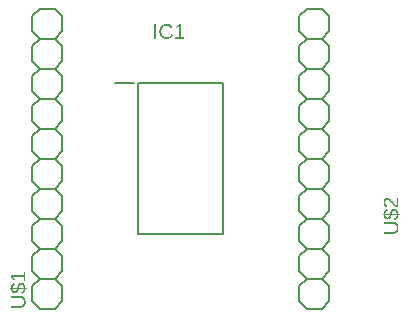
<source format=gbr>
G04 EAGLE Gerber RS-274X export*
G75*
%MOMM*%
%FSLAX34Y34*%
%LPD*%
%INSilkscreen Top*%
%IPPOS*%
%AMOC8*
5,1,8,0,0,1.08239X$1,22.5*%
G01*
G04 Define Apertures*
%ADD10C,0.200000*%
%ADD11C,0.152400*%
G36*
X164640Y324771D02*
X164182Y324783D01*
X163739Y324819D01*
X163312Y324880D01*
X162901Y324965D01*
X162505Y325074D01*
X162125Y325207D01*
X161761Y325364D01*
X161413Y325546D01*
X161083Y325750D01*
X160772Y325975D01*
X160483Y326221D01*
X160213Y326488D01*
X159964Y326775D01*
X159735Y327083D01*
X159526Y327412D01*
X159337Y327762D01*
X159170Y328130D01*
X159025Y328515D01*
X158902Y328917D01*
X158802Y329335D01*
X158724Y329770D01*
X158668Y330221D01*
X158635Y330689D01*
X158623Y331173D01*
X158630Y331537D01*
X158648Y331891D01*
X158679Y332235D01*
X158723Y332569D01*
X158779Y332893D01*
X158848Y333207D01*
X158928Y333511D01*
X159022Y333805D01*
X159128Y334089D01*
X159246Y334363D01*
X159520Y334881D01*
X159844Y335360D01*
X160217Y335798D01*
X160635Y336190D01*
X161091Y336530D01*
X161333Y336680D01*
X161585Y336817D01*
X161847Y336941D01*
X162118Y337052D01*
X162399Y337151D01*
X162689Y337235D01*
X162989Y337307D01*
X163298Y337366D01*
X163617Y337412D01*
X163946Y337445D01*
X164284Y337464D01*
X164632Y337471D01*
X165114Y337459D01*
X165577Y337423D01*
X166019Y337362D01*
X166440Y337278D01*
X166842Y337170D01*
X167223Y337037D01*
X167584Y336881D01*
X167925Y336700D01*
X168245Y336496D01*
X168542Y336268D01*
X168818Y336017D01*
X169072Y335743D01*
X169304Y335446D01*
X169515Y335125D01*
X169703Y334781D01*
X169869Y334414D01*
X168284Y333888D01*
X168169Y334150D01*
X168037Y334395D01*
X167889Y334625D01*
X167725Y334839D01*
X167544Y335037D01*
X167347Y335219D01*
X167134Y335385D01*
X166905Y335535D01*
X166661Y335669D01*
X166407Y335784D01*
X166142Y335882D01*
X165866Y335962D01*
X165578Y336024D01*
X165280Y336069D01*
X164970Y336095D01*
X164649Y336104D01*
X164151Y336084D01*
X163681Y336022D01*
X163240Y335919D01*
X162827Y335775D01*
X162443Y335589D01*
X162087Y335363D01*
X161760Y335095D01*
X161461Y334786D01*
X161194Y334441D01*
X160963Y334066D01*
X160767Y333660D01*
X160607Y333224D01*
X160483Y332757D01*
X160394Y332260D01*
X160340Y331732D01*
X160323Y331173D01*
X160341Y330620D01*
X160397Y330095D01*
X160489Y329597D01*
X160619Y329127D01*
X160786Y328685D01*
X160990Y328271D01*
X161231Y327884D01*
X161509Y327525D01*
X161819Y327202D01*
X162155Y326922D01*
X162517Y326685D01*
X162905Y326491D01*
X163320Y326340D01*
X163760Y326232D01*
X164227Y326167D01*
X164719Y326146D01*
X165038Y326156D01*
X165347Y326186D01*
X165646Y326236D01*
X165935Y326306D01*
X166214Y326397D01*
X166483Y326507D01*
X166741Y326637D01*
X166990Y326787D01*
X167229Y326958D01*
X167457Y327148D01*
X167675Y327359D01*
X167884Y327589D01*
X168082Y327840D01*
X168270Y328111D01*
X168449Y328401D01*
X168617Y328712D01*
X169983Y328029D01*
X169783Y327642D01*
X169564Y327280D01*
X169325Y326941D01*
X169067Y326625D01*
X168789Y326334D01*
X168493Y326067D01*
X168177Y325823D01*
X167842Y325603D01*
X167490Y325408D01*
X167124Y325239D01*
X166745Y325096D01*
X166352Y324979D01*
X165945Y324888D01*
X165524Y324823D01*
X165089Y324784D01*
X164640Y324771D01*
G37*
G36*
X179750Y324946D02*
X172016Y324946D01*
X172016Y326286D01*
X175161Y326286D01*
X175161Y335780D01*
X172375Y333792D01*
X172375Y335281D01*
X175292Y337287D01*
X176746Y337287D01*
X176746Y326286D01*
X179750Y326286D01*
X179750Y324946D01*
G37*
G36*
X156072Y324946D02*
X154399Y324946D01*
X154399Y337287D01*
X156072Y337287D01*
X156072Y324946D01*
G37*
G36*
X41893Y108864D02*
X41568Y110353D01*
X41821Y110415D01*
X42057Y110492D01*
X42278Y110584D01*
X42482Y110691D01*
X42669Y110813D01*
X42841Y110950D01*
X42997Y111102D01*
X43136Y111268D01*
X43261Y111451D01*
X43371Y111651D01*
X43468Y111868D01*
X43550Y112102D01*
X43619Y112353D01*
X43673Y112621D01*
X43709Y112873D01*
X43714Y112906D01*
X43741Y113208D01*
X39396Y113208D01*
X39209Y112493D01*
X39031Y111898D01*
X38950Y111669D01*
X38863Y111423D01*
X38704Y111067D01*
X38545Y110786D01*
X38375Y110533D01*
X38193Y110308D01*
X37999Y110112D01*
X37797Y109943D01*
X37587Y109799D01*
X37370Y109680D01*
X37145Y109587D01*
X36906Y109516D01*
X36644Y109465D01*
X36359Y109435D01*
X36051Y109425D01*
X35720Y109440D01*
X35409Y109486D01*
X35116Y109563D01*
X34841Y109671D01*
X34585Y109810D01*
X34347Y109979D01*
X34127Y110179D01*
X33927Y110410D01*
X33746Y110669D01*
X33586Y110954D01*
X33449Y111265D01*
X33332Y111602D01*
X33237Y111965D01*
X33164Y112354D01*
X33112Y112768D01*
X33081Y113208D01*
X31934Y113208D01*
X31934Y114294D01*
X33081Y114294D01*
X33110Y114692D01*
X33157Y115067D01*
X33222Y115418D01*
X33306Y115746D01*
X33407Y116051D01*
X33527Y116332D01*
X33665Y116591D01*
X33822Y116826D01*
X33998Y117041D01*
X34198Y117240D01*
X34422Y117422D01*
X34668Y117588D01*
X34937Y117737D01*
X35230Y117870D01*
X35545Y117987D01*
X35884Y118087D01*
X36173Y116563D01*
X35784Y116453D01*
X35441Y116298D01*
X35143Y116098D01*
X34890Y115854D01*
X34781Y115712D01*
X34683Y115556D01*
X34596Y115384D01*
X34521Y115197D01*
X34457Y114994D01*
X34405Y114776D01*
X34364Y114543D01*
X34334Y114294D01*
X38231Y114294D01*
X38412Y115022D01*
X38584Y115636D01*
X38749Y116136D01*
X38906Y116524D01*
X39064Y116837D01*
X39232Y117116D01*
X39410Y117360D01*
X39598Y117570D01*
X39799Y117751D01*
X40018Y117910D01*
X40255Y118045D01*
X40509Y118157D01*
X40783Y118245D01*
X41080Y118308D01*
X41400Y118346D01*
X41744Y118358D01*
X42096Y118342D01*
X42431Y118292D01*
X42747Y118209D01*
X43046Y118094D01*
X43328Y117944D01*
X43591Y117762D01*
X43837Y117547D01*
X44065Y117299D01*
X44271Y117020D01*
X44454Y116713D01*
X44612Y116379D01*
X44746Y116018D01*
X44855Y115628D01*
X44940Y115211D01*
X45001Y114767D01*
X45037Y114294D01*
X46456Y114294D01*
X46456Y113208D01*
X45037Y113208D01*
X45006Y112754D01*
X44953Y112324D01*
X44878Y111919D01*
X44781Y111538D01*
X44662Y111181D01*
X44521Y110849D01*
X44357Y110540D01*
X44172Y110257D01*
X43964Y109997D01*
X43735Y109762D01*
X43483Y109552D01*
X43209Y109366D01*
X42913Y109204D01*
X42595Y109066D01*
X42255Y108953D01*
X41893Y108864D01*
G37*
%LPC*%
G36*
X43749Y114294D02*
X43723Y114594D01*
X43710Y114684D01*
X43683Y114876D01*
X43630Y115140D01*
X43563Y115386D01*
X43483Y115614D01*
X43390Y115824D01*
X43283Y116016D01*
X43163Y116191D01*
X43030Y116346D01*
X42884Y116480D01*
X42727Y116594D01*
X42558Y116687D01*
X42377Y116759D01*
X42184Y116811D01*
X41978Y116842D01*
X41761Y116852D01*
X41489Y116838D01*
X41242Y116795D01*
X41021Y116724D01*
X40824Y116624D01*
X40648Y116498D01*
X40488Y116346D01*
X40344Y116169D01*
X40215Y115967D01*
X40090Y115702D01*
X39954Y115335D01*
X39807Y114865D01*
X39650Y114294D01*
X43749Y114294D01*
G37*
G36*
X36033Y110931D02*
X36282Y110945D01*
X36510Y110986D01*
X36720Y111054D01*
X36909Y111150D01*
X36914Y111154D01*
X37081Y111273D01*
X37240Y111423D01*
X37384Y111599D01*
X37513Y111803D01*
X37636Y112053D01*
X37759Y112371D01*
X37881Y112756D01*
X38004Y113208D01*
X34316Y113208D01*
X34337Y112933D01*
X34370Y112675D01*
X34414Y112435D01*
X34470Y112212D01*
X34537Y112008D01*
X34615Y111821D01*
X34705Y111652D01*
X34807Y111501D01*
X34920Y111367D01*
X35044Y111251D01*
X35180Y111154D01*
X35328Y111074D01*
X35487Y111011D01*
X35658Y110967D01*
X35840Y110940D01*
X36033Y110931D01*
G37*
%LPD*%
G36*
X40728Y97118D02*
X32871Y97118D01*
X32871Y98791D01*
X40588Y98791D01*
X40997Y98804D01*
X41382Y98844D01*
X41741Y98911D01*
X42074Y99005D01*
X42382Y99126D01*
X42665Y99274D01*
X42922Y99448D01*
X43154Y99649D01*
X43359Y99876D01*
X43537Y100126D01*
X43687Y100400D01*
X43811Y100698D01*
X43906Y101020D01*
X43975Y101365D01*
X44016Y101735D01*
X44030Y102128D01*
X44015Y102532D01*
X43973Y102914D01*
X43902Y103272D01*
X43803Y103607D01*
X43676Y103919D01*
X43520Y104208D01*
X43336Y104473D01*
X43123Y104716D01*
X42883Y104932D01*
X42618Y105120D01*
X42326Y105279D01*
X42007Y105409D01*
X41663Y105510D01*
X41293Y105582D01*
X40896Y105625D01*
X40474Y105640D01*
X32871Y105640D01*
X32871Y107304D01*
X40570Y107304D01*
X40938Y107294D01*
X41293Y107264D01*
X41635Y107215D01*
X41965Y107145D01*
X42281Y107056D01*
X42585Y106947D01*
X42876Y106818D01*
X43154Y106669D01*
X43417Y106502D01*
X43665Y106319D01*
X43896Y106119D01*
X44112Y105903D01*
X44311Y105670D01*
X44495Y105421D01*
X44662Y105155D01*
X44814Y104874D01*
X44948Y104577D01*
X45065Y104267D01*
X45163Y103945D01*
X45244Y103609D01*
X45306Y103260D01*
X45351Y102899D01*
X45378Y102524D01*
X45387Y102136D01*
X45379Y101764D01*
X45353Y101403D01*
X45310Y101054D01*
X45249Y100718D01*
X45172Y100393D01*
X45077Y100080D01*
X44965Y99780D01*
X44835Y99491D01*
X44690Y99217D01*
X44528Y98958D01*
X44351Y98715D01*
X44159Y98489D01*
X43951Y98278D01*
X43727Y98082D01*
X43488Y97903D01*
X43233Y97740D01*
X42964Y97594D01*
X42682Y97468D01*
X42388Y97361D01*
X42081Y97273D01*
X41761Y97205D01*
X41429Y97157D01*
X41085Y97128D01*
X40728Y97118D01*
G37*
G36*
X45212Y120007D02*
X43872Y120007D01*
X43872Y123151D01*
X34378Y123151D01*
X36366Y120366D01*
X34877Y120366D01*
X32871Y123282D01*
X32871Y124736D01*
X43872Y124736D01*
X43872Y127740D01*
X45212Y127740D01*
X45212Y120007D01*
G37*
G36*
X357569Y171483D02*
X357244Y172972D01*
X357497Y173035D01*
X357733Y173112D01*
X357954Y173204D01*
X358158Y173311D01*
X358345Y173433D01*
X358517Y173569D01*
X358673Y173721D01*
X358812Y173888D01*
X358937Y174070D01*
X359047Y174270D01*
X359144Y174487D01*
X359226Y174721D01*
X359295Y174972D01*
X359349Y175240D01*
X359385Y175492D01*
X359390Y175525D01*
X359417Y175828D01*
X355072Y175828D01*
X354885Y175112D01*
X354707Y174517D01*
X354626Y174288D01*
X354539Y174042D01*
X354380Y173686D01*
X354221Y173405D01*
X354051Y173152D01*
X353869Y172927D01*
X353675Y172731D01*
X353473Y172562D01*
X353263Y172418D01*
X353046Y172300D01*
X352821Y172206D01*
X352582Y172135D01*
X352320Y172084D01*
X352035Y172054D01*
X351727Y172044D01*
X351396Y172059D01*
X351085Y172106D01*
X350792Y172183D01*
X350517Y172290D01*
X350261Y172429D01*
X350023Y172598D01*
X349803Y172798D01*
X349603Y173029D01*
X349422Y173289D01*
X349262Y173574D01*
X349125Y173885D01*
X349008Y174222D01*
X348913Y174584D01*
X348840Y174973D01*
X348788Y175387D01*
X348757Y175828D01*
X347610Y175828D01*
X347610Y176914D01*
X348757Y176914D01*
X348786Y177312D01*
X348833Y177686D01*
X348898Y178037D01*
X348982Y178365D01*
X349083Y178670D01*
X349203Y178952D01*
X349341Y179210D01*
X349498Y179445D01*
X349674Y179660D01*
X349874Y179859D01*
X350098Y180041D01*
X350344Y180207D01*
X350613Y180356D01*
X350906Y180489D01*
X351221Y180606D01*
X351560Y180706D01*
X351849Y179182D01*
X351460Y179072D01*
X351117Y178917D01*
X350819Y178717D01*
X350566Y178473D01*
X350457Y178331D01*
X350359Y178175D01*
X350272Y178003D01*
X350197Y177816D01*
X350133Y177613D01*
X350081Y177395D01*
X350040Y177162D01*
X350010Y176914D01*
X353907Y176914D01*
X354088Y177641D01*
X354260Y178255D01*
X354425Y178755D01*
X354582Y179143D01*
X354740Y179456D01*
X354908Y179735D01*
X355086Y179979D01*
X355274Y180189D01*
X355475Y180371D01*
X355694Y180529D01*
X355931Y180664D01*
X356185Y180776D01*
X356459Y180864D01*
X356756Y180927D01*
X357076Y180965D01*
X357420Y180978D01*
X357772Y180961D01*
X358107Y180911D01*
X358423Y180829D01*
X358722Y180713D01*
X359004Y180564D01*
X359267Y180382D01*
X359513Y180166D01*
X359741Y179918D01*
X359947Y179639D01*
X360130Y179333D01*
X360288Y178999D01*
X360422Y178637D01*
X360531Y178248D01*
X360616Y177831D01*
X360677Y177386D01*
X360713Y176914D01*
X362132Y176914D01*
X362132Y175828D01*
X360713Y175828D01*
X360682Y175373D01*
X360629Y174944D01*
X360554Y174538D01*
X360457Y174157D01*
X360338Y173800D01*
X360197Y173468D01*
X360033Y173160D01*
X359848Y172876D01*
X359640Y172617D01*
X359411Y172382D01*
X359159Y172171D01*
X358885Y171985D01*
X358589Y171823D01*
X358271Y171685D01*
X357931Y171572D01*
X357569Y171483D01*
G37*
%LPC*%
G36*
X359425Y176914D02*
X359399Y177213D01*
X359386Y177303D01*
X359359Y177495D01*
X359306Y177759D01*
X359239Y178005D01*
X359159Y178233D01*
X359066Y178443D01*
X358959Y178636D01*
X358839Y178810D01*
X358706Y178965D01*
X358560Y179099D01*
X358403Y179213D01*
X358234Y179306D01*
X358053Y179378D01*
X357860Y179430D01*
X357654Y179461D01*
X357437Y179471D01*
X357165Y179457D01*
X356918Y179414D01*
X356697Y179343D01*
X356500Y179243D01*
X356324Y179117D01*
X356164Y178965D01*
X356020Y178789D01*
X355891Y178587D01*
X355766Y178321D01*
X355630Y177954D01*
X355483Y177485D01*
X355326Y176914D01*
X359425Y176914D01*
G37*
G36*
X351709Y173550D02*
X351958Y173564D01*
X352186Y173605D01*
X352396Y173674D01*
X352585Y173769D01*
X352590Y173773D01*
X352757Y173892D01*
X352916Y174042D01*
X353060Y174219D01*
X353189Y174422D01*
X353312Y174672D01*
X353435Y174990D01*
X353557Y175375D01*
X353680Y175828D01*
X349992Y175828D01*
X350013Y175552D01*
X350046Y175294D01*
X350090Y175054D01*
X350146Y174831D01*
X350213Y174627D01*
X350291Y174440D01*
X350381Y174271D01*
X350483Y174120D01*
X350596Y173986D01*
X350720Y173871D01*
X350856Y173773D01*
X351004Y173693D01*
X351163Y173630D01*
X351334Y173586D01*
X351516Y173559D01*
X351709Y173550D01*
G37*
%LPD*%
G36*
X356404Y159737D02*
X348547Y159737D01*
X348547Y161410D01*
X356264Y161410D01*
X356673Y161423D01*
X357058Y161464D01*
X357417Y161531D01*
X357750Y161625D01*
X358058Y161745D01*
X358341Y161893D01*
X358598Y162067D01*
X358830Y162268D01*
X359035Y162495D01*
X359213Y162745D01*
X359363Y163019D01*
X359487Y163317D01*
X359582Y163639D01*
X359651Y163984D01*
X359692Y164354D01*
X359706Y164747D01*
X359691Y165151D01*
X359649Y165533D01*
X359578Y165891D01*
X359479Y166226D01*
X359352Y166538D01*
X359196Y166827D01*
X359012Y167093D01*
X358799Y167335D01*
X358559Y167552D01*
X358294Y167739D01*
X358002Y167898D01*
X357683Y168028D01*
X357339Y168129D01*
X356969Y168201D01*
X356572Y168245D01*
X356150Y168259D01*
X348547Y168259D01*
X348547Y169923D01*
X356246Y169923D01*
X356614Y169913D01*
X356969Y169884D01*
X357311Y169834D01*
X357641Y169765D01*
X357957Y169675D01*
X358261Y169566D01*
X358552Y169437D01*
X358830Y169288D01*
X359093Y169121D01*
X359341Y168938D01*
X359572Y168738D01*
X359788Y168522D01*
X359987Y168289D01*
X360171Y168040D01*
X360338Y167775D01*
X360490Y167493D01*
X360624Y167196D01*
X360741Y166887D01*
X360839Y166564D01*
X360920Y166228D01*
X360982Y165880D01*
X361027Y165518D01*
X361054Y165143D01*
X361063Y164756D01*
X361055Y164383D01*
X361029Y164022D01*
X360986Y163673D01*
X360925Y163337D01*
X360848Y163012D01*
X360753Y162700D01*
X360641Y162399D01*
X360511Y162111D01*
X360366Y161836D01*
X360204Y161577D01*
X360027Y161335D01*
X359835Y161108D01*
X359627Y160897D01*
X359403Y160702D01*
X359164Y160522D01*
X358909Y160359D01*
X358640Y160213D01*
X358358Y160087D01*
X358064Y159980D01*
X357757Y159893D01*
X357437Y159825D01*
X357105Y159776D01*
X356761Y159747D01*
X356404Y159737D01*
G37*
G36*
X360888Y182162D02*
X359776Y182162D01*
X359278Y182397D01*
X358811Y182658D01*
X358374Y182942D01*
X357967Y183252D01*
X357584Y183578D01*
X357220Y183912D01*
X356875Y184255D01*
X356548Y184605D01*
X355936Y185311D01*
X355370Y186011D01*
X354827Y186673D01*
X354284Y187268D01*
X354009Y187535D01*
X353728Y187775D01*
X353440Y187988D01*
X353145Y188174D01*
X352838Y188326D01*
X352510Y188434D01*
X352163Y188499D01*
X351797Y188520D01*
X351550Y188511D01*
X351317Y188483D01*
X351099Y188437D01*
X350895Y188371D01*
X350705Y188288D01*
X350529Y188185D01*
X350367Y188064D01*
X350220Y187925D01*
X350089Y187769D01*
X349975Y187598D01*
X349879Y187413D01*
X349800Y187213D01*
X349738Y186999D01*
X349695Y186770D01*
X349668Y186527D01*
X349660Y186269D01*
X349668Y186023D01*
X349694Y185788D01*
X349737Y185564D01*
X349796Y185351D01*
X349873Y185149D01*
X349967Y184958D01*
X350079Y184778D01*
X350207Y184610D01*
X350351Y184455D01*
X350508Y184317D01*
X350680Y184196D01*
X350865Y184092D01*
X351064Y184004D01*
X351277Y183934D01*
X351504Y183880D01*
X351744Y183843D01*
X351595Y182232D01*
X351235Y182290D01*
X350893Y182376D01*
X350570Y182491D01*
X350266Y182633D01*
X349981Y182805D01*
X349715Y183004D01*
X349468Y183232D01*
X349239Y183489D01*
X349034Y183769D01*
X348856Y184068D01*
X348705Y184387D01*
X348582Y184725D01*
X348486Y185082D01*
X348418Y185458D01*
X348377Y185854D01*
X348363Y186269D01*
X348377Y186722D01*
X348418Y187148D01*
X348487Y187547D01*
X348583Y187919D01*
X348707Y188264D01*
X348858Y188582D01*
X349037Y188874D01*
X349244Y189138D01*
X349475Y189373D01*
X349730Y189577D01*
X350008Y189749D01*
X350309Y189890D01*
X350633Y190000D01*
X350980Y190078D01*
X351351Y190125D01*
X351744Y190141D01*
X352103Y190120D01*
X352460Y190059D01*
X352816Y189956D01*
X353172Y189812D01*
X353526Y189628D01*
X353881Y189404D01*
X354236Y189140D01*
X354591Y188836D01*
X354994Y188438D01*
X355495Y187892D01*
X356093Y187198D01*
X356789Y186357D01*
X357191Y185879D01*
X357572Y185453D01*
X357933Y185078D01*
X358274Y184754D01*
X358601Y184477D01*
X358923Y184242D01*
X359238Y184048D01*
X359548Y183896D01*
X359548Y190333D01*
X360888Y190333D01*
X360888Y182162D01*
G37*
D10*
X140700Y287496D02*
X212700Y287496D01*
X212700Y159496D01*
X140700Y159496D01*
X140700Y287496D01*
X137200Y287396D02*
X120700Y287396D01*
D11*
X57150Y299696D02*
X50800Y306046D01*
X50800Y318746D01*
X57150Y325096D01*
X69850Y325096D01*
X76200Y318746D01*
X76200Y306046D01*
X69850Y299696D01*
X50800Y267946D02*
X50800Y255246D01*
X50800Y267946D02*
X57150Y274296D01*
X69850Y274296D01*
X76200Y267946D01*
X57150Y274296D02*
X50800Y280646D01*
X50800Y293346D01*
X57150Y299696D01*
X69850Y299696D01*
X76200Y293346D01*
X76200Y280646D01*
X69850Y274296D01*
X50800Y229846D02*
X57150Y223496D01*
X50800Y229846D02*
X50800Y242546D01*
X57150Y248896D01*
X69850Y248896D01*
X76200Y242546D01*
X76200Y229846D01*
X69850Y223496D01*
X57150Y248896D02*
X50800Y255246D01*
X69850Y248896D02*
X76200Y255246D01*
X76200Y267946D01*
X50800Y191746D02*
X50800Y179046D01*
X50800Y191746D02*
X57150Y198096D01*
X69850Y198096D01*
X76200Y191746D01*
X57150Y198096D02*
X50800Y204446D01*
X50800Y217146D01*
X57150Y223496D01*
X69850Y223496D01*
X76200Y217146D01*
X76200Y204446D01*
X69850Y198096D01*
X50800Y153646D02*
X57150Y147296D01*
X50800Y153646D02*
X50800Y166346D01*
X57150Y172696D01*
X69850Y172696D01*
X76200Y166346D01*
X76200Y153646D01*
X69850Y147296D01*
X57150Y172696D02*
X50800Y179046D01*
X69850Y172696D02*
X76200Y179046D01*
X76200Y191746D01*
X50800Y115546D02*
X50800Y102846D01*
X50800Y115546D02*
X57150Y121896D01*
X69850Y121896D01*
X76200Y115546D01*
X57150Y121896D02*
X50800Y128246D01*
X50800Y140946D01*
X57150Y147296D01*
X69850Y147296D01*
X76200Y140946D01*
X76200Y128246D01*
X69850Y121896D01*
X69850Y96496D02*
X57150Y96496D01*
X50800Y102846D01*
X69850Y96496D02*
X76200Y102846D01*
X76200Y115546D01*
X50800Y331446D02*
X50800Y344146D01*
X57150Y350496D01*
X69850Y350496D01*
X76200Y344146D01*
X57150Y325096D02*
X50800Y331446D01*
X69850Y325096D02*
X76200Y331446D01*
X76200Y344146D01*
X296250Y147296D02*
X302600Y140946D01*
X302600Y128246D01*
X296250Y121896D01*
X283550Y121896D01*
X277200Y128246D01*
X277200Y140946D01*
X283550Y147296D01*
X302600Y179046D02*
X302600Y191746D01*
X302600Y179046D02*
X296250Y172696D01*
X283550Y172696D01*
X277200Y179046D01*
X296250Y172696D02*
X302600Y166346D01*
X302600Y153646D01*
X296250Y147296D01*
X283550Y147296D01*
X277200Y153646D01*
X277200Y166346D01*
X283550Y172696D01*
X302600Y217146D02*
X296250Y223496D01*
X302600Y217146D02*
X302600Y204446D01*
X296250Y198096D01*
X283550Y198096D01*
X277200Y204446D01*
X277200Y217146D01*
X283550Y223496D01*
X296250Y198096D02*
X302600Y191746D01*
X283550Y198096D02*
X277200Y191746D01*
X277200Y179046D01*
X302600Y255246D02*
X302600Y267946D01*
X302600Y255246D02*
X296250Y248896D01*
X283550Y248896D01*
X277200Y255246D01*
X296250Y248896D02*
X302600Y242546D01*
X302600Y229846D01*
X296250Y223496D01*
X283550Y223496D01*
X277200Y229846D01*
X277200Y242546D01*
X283550Y248896D01*
X302600Y293346D02*
X296250Y299696D01*
X302600Y293346D02*
X302600Y280646D01*
X296250Y274296D01*
X283550Y274296D01*
X277200Y280646D01*
X277200Y293346D01*
X283550Y299696D01*
X296250Y274296D02*
X302600Y267946D01*
X283550Y274296D02*
X277200Y267946D01*
X277200Y255246D01*
X302600Y331446D02*
X302600Y344146D01*
X302600Y331446D02*
X296250Y325096D01*
X283550Y325096D01*
X277200Y331446D01*
X296250Y325096D02*
X302600Y318746D01*
X302600Y306046D01*
X296250Y299696D01*
X283550Y299696D01*
X277200Y306046D01*
X277200Y318746D01*
X283550Y325096D01*
X283550Y350496D02*
X296250Y350496D01*
X302600Y344146D01*
X283550Y350496D02*
X277200Y344146D01*
X277200Y331446D01*
X302600Y115546D02*
X302600Y102846D01*
X296250Y96496D01*
X283550Y96496D01*
X277200Y102846D01*
X296250Y121896D02*
X302600Y115546D01*
X283550Y121896D02*
X277200Y115546D01*
X277200Y102846D01*
M02*

</source>
